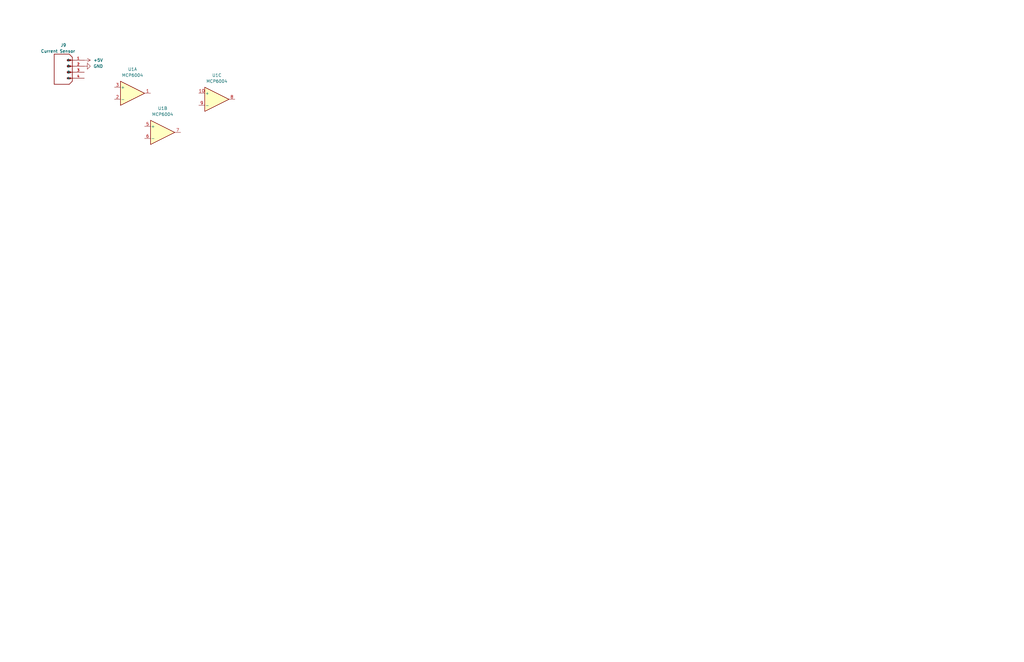
<source format=kicad_sch>
(kicad_sch (version 20250114) (generator "eeschema") (generator_version "9.0")
  (paper "B")
  (lib_symbols
    (symbol "1FS_2_Global_Symbol_Library:1053091204" (pin_names (offset 1.016))
      (property "Reference" "J" (at 0 6.35 0))
      (property "Value" "1053091204" (at 0 -10.16 0))
      (symbol "1053091204_0_0"
        (polyline (pts (xy 0 3.81) (xy 0 2.54)) (stroke (width 0.254)))
        (polyline (pts (xy 0 3.81) (xy 1.27 5.08)) (stroke (width 0.254)))
        (polyline (pts (xy 0 2.54) (xy 0 -6.35)) (stroke (width 0.254)))
        (polyline (pts (xy 0 2.54) (xy 1.905 2.54)) (stroke (width 0.254)))
        (polyline (pts (xy 0 0) (xy 1.905 0)) (stroke (width 0.254)))
        (polyline (pts (xy 0 -2.54) (xy 1.905 -2.54)) (stroke (width 0.254)))
        (polyline (pts (xy 0 -5.08) (xy 1.905 -5.08)) (stroke (width 0.254)))
        (polyline (pts (xy 0 -6.35) (xy 1.27 -7.62)) (stroke (width 0.254)))
        (rectangle (start 0.635 2.2225) (end 2.2225 2.8575) (stroke (width 0.1)) (fill (type outline)))
        (rectangle (start 0.635 -0.3175) (end 2.2225 0.3175) (stroke (width 0.1)) (fill (type outline)))
        (rectangle (start 0.635 -2.8575) (end 2.2225 -2.2225) (stroke (width 0.1)) (fill (type outline)))
        (rectangle (start 0.635 -5.3975) (end 2.2225 -4.7625) (stroke (width 0.1)) (fill (type outline)))
        (polyline (pts (xy 1.27 -7.62) (xy 7.62 -7.62)) (stroke (width 0.254)))
        (polyline (pts (xy 7.62 5.08) (xy 1.27 5.08)) (stroke (width 0.254)))
        (polyline (pts (xy 7.62 -7.62) (xy 7.62 5.08)) (stroke (width 0.254)))
        (pin passive line (at -5.08 2.54 0) (length 5.08) (name "1") (number "1"))
        (pin passive line (at -5.08 0 0) (length 5.08) (name "2") (number "2"))
        (pin passive line (at -5.08 -2.54 0) (length 5.08) (name "3") (number "3"))
        (pin passive line (at -5.08 -5.08 0) (length 5.08) (name "4") (number "4"))
      )
    )
    (symbol "Amplifier_Operational:MCP6004" (pin_names (offset 0.127))
      (property "Reference" "U" (at 0 5.08 0))
      (property "Value" "MCP6004" (at 0 -5.08 0))
      (symbol "MCP6004_1_1"
        (polyline (pts (xy -5.08 5.08) (xy 5.08 0) (xy -5.08 -5.08) (xy -5.08 5.08)) (stroke (width 0.254)) (fill (type background)))
        (pin input line (at -7.62 2.54 0) (length 2.54) (name "+") (number "3"))
        (pin input line (at -7.62 -2.54 0) (length 2.54) (name "-") (number "2"))
        (pin output line (at 7.62 0 180) (length 2.54) (name "~") (number "1"))
      )
      (symbol "MCP6004_2_1"
        (polyline (pts (xy -5.08 5.08) (xy 5.08 0) (xy -5.08 -5.08) (xy -5.08 5.08)) (stroke (width 0.254)) (fill (type background)))
        (pin input line (at -7.62 2.54 0) (length 2.54) (name "+") (number "5"))
        (pin input line (at -7.62 -2.54 0) (length 2.54) (name "-") (number "6"))
        (pin output line (at 7.62 0 180) (length 2.54) (name "~") (number "7"))
      )
      (symbol "MCP6004_3_1"
        (polyline (pts (xy -5.08 5.08) (xy 5.08 0) (xy -5.08 -5.08) (xy -5.08 5.08)) (stroke (width 0.254)) (fill (type background)))
        (pin input line (at -7.62 2.54 0) (length 2.54) (name "+") (number "10"))
        (pin input line (at -7.62 -2.54 0) (length 2.54) (name "-") (number "9"))
        (pin output line (at 7.62 0 180) (length 2.54) (name "~") (number "8"))
      )
      (symbol "MCP6004_4_1"
        (polyline (pts (xy -5.08 5.08) (xy 5.08 0) (xy -5.08 -5.08) (xy -5.08 5.08)) (stroke (width 0.254)) (fill (type background)))
        (pin input line (at -7.62 2.54 0) (length 2.54) (name "+") (number "12"))
        (pin input line (at -7.62 -2.54 0) (length 2.54) (name "-") (number "13"))
        (pin output line (at 7.62 0 180) (length 2.54) (name "~") (number "14"))
      )
      (symbol "MCP6004_5_1"
        (pin power_in line (at -2.54 7.62 270) (length 3.81) (name "V+") (number "4"))
        (pin power_in line (at -2.54 -7.62 90) (length 3.81) (name "V-") (number "11"))
      )
    )
    (symbol "power:+5V" (power) (pin_numbers (hide yes)) (pin_names (offset 0) (hide yes))
      (property "Value" "+5V" (at 0 3.556 0))
      (symbol "+5V_0_1"
        (polyline (pts (xy -0.762 1.27) (xy 0 2.54)))
        (polyline (pts (xy 0 2.54) (xy 0.762 1.27)))
        (polyline (pts (xy 0 0) (xy 0 2.54)))
      )
      (symbol "+5V_1_1"
        (pin power_in line (at 0 0 90) (length 0) (name "~") (number "1"))
      )
    )
    (symbol "power:GND" (power) (pin_numbers (hide yes)) (pin_names (offset 0) (hide yes))
      (property "Value" "GND" (at 0 -3.81 0))
      (symbol "GND_0_1"
        (polyline (pts (xy 0 0) (xy 0 -1.27) (xy 1.27 -1.27) (xy 0 -2.54) (xy -1.27 -1.27) (xy 0 -1.27)))
      )
      (symbol "GND_1_1"
        (pin power_in line (at 0 0 270) (length 0) (name "~") (number "1"))
      )
    )
  )
  (symbol (lib_id "1FS_2_Global_Symbol_Library:1053091204") (at 30.48 27.94 0) (mirror y) (unit 1)
    (property "Reference" "J9" (at 27.94 19.05 0) (effects (justify left)))
    (property "Value" "Current Sensor" (at 31.75 21.59 0) (effects (justify left)))
    (property "Footprint" "Connector_Molex:Molex_Nano-Fit_105309-xx04_1x04_P2.50mm_Vertical" (effects (hide yes)))
    (property "PARTREV" "H" (effects (hide yes)))
    (property "STANDARD" "Manufacturer Recommendations" (effects (hide yes)))
    (property "MAXIMUM_PACKAGE_HEIGHT" "10.51 mm" (effects (hide yes)))
    (property "MANUFACTURER" "Molex" (effects (hide yes)))
  )
  (symbol (lib_id "Amplifier_Operational:MCP6004") (at 91.44 41.91 0) (unit 3)
    (property "Reference" "U1" (at 91.44 31.75 0))
    (property "Value" "MCP6004" (at 91.44 34.29 0))
    (property "Datasheet" "http://ww1.microchip.com/downloads/en/DeviceDoc/21733j.pdf" (effects (hide yes)))
    (property "Description" "1MHz, Low-Power Op Amp, DIP-14/SOIC-14/TSSOP-14" (effects (hide yes)))
  )
  (symbol (lib_id "power:GND") (at 35.56 27.94 90) (unit 1)
    (property "Reference" "#PWR025" (effects (hide yes)))
    (property "Value" "GND" (at 39.37 27.9401 90) (effects (justify right)))
    (property "Description" "Power symbol creates a global label with name \"GND\" , ground" (effects (hide yes)))
  )
  (symbol (lib_id "Amplifier_Operational:MCP6004") (at 68.58 55.88 0) (unit 2)
    (property "Reference" "U1" (at 68.58 45.72 0))
    (property "Value" "MCP6004" (at 68.58 48.26 0))
    (property "Datasheet" "http://ww1.microchip.com/downloads/en/DeviceDoc/21733j.pdf" (effects (hide yes)))
    (property "Description" "1MHz, Low-Power Op Amp, DIP-14/SOIC-14/TSSOP-14" (effects (hide yes)))
  )
  (symbol (lib_id "Amplifier_Operational:MCP6004") (at 55.88 39.37 0) (unit 1)
    (property "Reference" "U1" (at 55.88 29.21 0))
    (property "Value" "MCP6004" (at 55.88 31.75 0))
    (property "Datasheet" "http://ww1.microchip.com/downloads/en/DeviceDoc/21733j.pdf" (effects (hide yes)))
    (property "Description" "1MHz, Low-Power Op Amp, DIP-14/SOIC-14/TSSOP-14" (effects (hide yes)))
  )
  (symbol (lib_id "power:+5V") (at 35.56 25.4 270) (unit 1)
    (property "Reference" "#PWR026" (effects (hide yes)))
    (property "Value" "+5V" (at 39.37 25.4001 90) (effects (justify left)))
    (property "Description" "Power symbol creates a global label with name \"+5V\"" (effects (hide yes)))
  )
)
</source>
